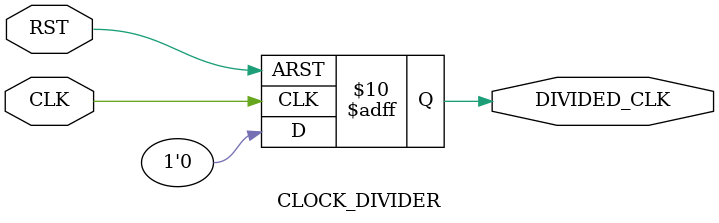
<source format=v>
module CLOCK_DIVIDER
#(
parameter DIV_VALUE = 1000,
parameter WIDTH = 10
)
(
input CLK,
input RST,
output reg DIVIDED_CLK = 0
);

reg [WIDTH-1:0]counter; 

always@(posedge CLK, posedge RST)
begin
	if(RST) begin
		counter <= 0;
		DIVIDED_CLK <= 0;
		end
	else if (counter == (DIV_VALUE-1)) begin
		DIVIDED_CLK <= 1;
		DIVIDED_CLK <= 0;
		end
	else begin
		counter <= counter + 1;
		DIVIDED_CLK <= 0;
		end	
end



endmodule
</source>
